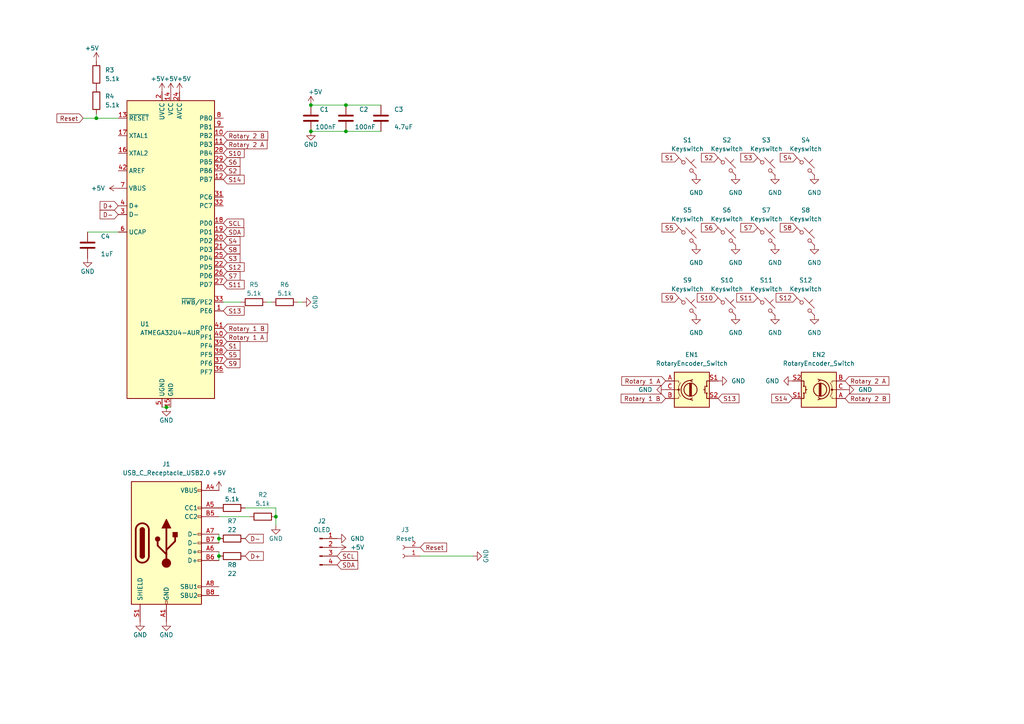
<source format=kicad_sch>
(kicad_sch (version 20230121) (generator eeschema)
  (paper "A4")
  (title_block (title "MacroPad") (date "2024-01-07") (rev "3.0"))
  (lib_symbols
    (symbol "Connector:Conn_01x02_Socket" (pin_names (offset 1.016) hide)
      (property "Reference" "J" (at 0 2.54 0))
      (property "Value" "Conn_01x02_Socket" (at 0 -5.08 0))
      (symbol "Conn_01x02_Socket_1_1"
        (arc (start 0 -2.032) (mid -0.5058 -2.54) (end 0 -3.048) (stroke (width 0.1524)))
        (polyline (pts (xy -1.27 -2.54) (xy -0.508 -2.54)) (stroke (width 0.1524)))
        (polyline (pts (xy -1.27 0) (xy -0.508 0)) (stroke (width 0.1524)))
        (arc (start 0 0.508) (mid -0.5058 0) (end 0 -0.508) (stroke (width 0.1524)))
        (pin passive line (at -5.08 0 0) (length 3.81) (name "Pin_1") (number "1"))
        (pin passive line (at -5.08 -2.54 0) (length 3.81) (name "Pin_2") (number "2"))
      )
    )
    (symbol "Connector:Conn_01x04_Pin" (pin_names (offset 1.016) hide)
      (property "Reference" "J" (at 0 5.08 0))
      (property "Value" "Conn_01x04_Pin" (at 0 -7.62 0))
      (symbol "Conn_01x04_Pin_1_1"
        (polyline (pts (xy 1.27 -5.08) (xy 0.8636 -5.08)) (stroke (width 0.1524)))
        (polyline (pts (xy 1.27 -2.54) (xy 0.8636 -2.54)) (stroke (width 0.1524)))
        (polyline (pts (xy 1.27 0) (xy 0.8636 0)) (stroke (width 0.1524)))
        (polyline (pts (xy 1.27 2.54) (xy 0.8636 2.54)) (stroke (width 0.1524)))
        (rectangle (start 0.8636 -4.953) (end 0 -5.207) (stroke (width 0.1524)) (fill (type outline)))
        (rectangle (start 0.8636 -2.413) (end 0 -2.667) (stroke (width 0.1524)) (fill (type outline)))
        (rectangle (start 0.8636 0.127) (end 0 -0.127) (stroke (width 0.1524)) (fill (type outline)))
        (rectangle (start 0.8636 2.667) (end 0 2.413) (stroke (width 0.1524)) (fill (type outline)))
        (pin passive line (at 5.08 2.54 180) (length 3.81) (name "Pin_1") (number "1"))
        (pin passive line (at 5.08 0 180) (length 3.81) (name "Pin_2") (number "2"))
        (pin passive line (at 5.08 -2.54 180) (length 3.81) (name "Pin_3") (number "3"))
        (pin passive line (at 5.08 -5.08 180) (length 3.81) (name "Pin_4") (number "4"))
      )
    )
    (symbol "Connector:USB_C_Receptacle_USB2.0" (pin_names (offset 1.016))
      (property "Reference" "J" (at -10.16 19.05 0))
      (property "Value" "USB_C_Receptacle_USB2.0" (at 19.05 19.05 0))
      (symbol "USB_C_Receptacle_USB2.0_0_0"
        (rectangle (start -0.254 -17.78) (end 0.254 -16.764))
        (rectangle (start 10.16 -14.986) (end 9.144 -15.494))
        (rectangle (start 10.16 -12.446) (end 9.144 -12.954))
        (rectangle (start 10.16 -4.826) (end 9.144 -5.334))
        (rectangle (start 10.16 -2.286) (end 9.144 -2.794))
        (rectangle (start 10.16 0.254) (end 9.144 -0.254))
        (rectangle (start 10.16 2.794) (end 9.144 2.286))
        (rectangle (start 10.16 7.874) (end 9.144 7.366))
        (rectangle (start 10.16 10.414) (end 9.144 9.906))
        (rectangle (start 10.16 15.494) (end 9.144 14.986))
      )
      (symbol "USB_C_Receptacle_USB2.0_0_1"
        (rectangle (start -10.16 17.78) (end 10.16 -17.78) (stroke (width 0.254)) (fill (type background)))
        (arc (start -8.89 -3.81) (mid -6.985 -5.7067) (end -5.08 -3.81) (stroke (width 0.508)))
        (arc (start -7.62 -3.81) (mid -6.985 -4.4423) (end -6.35 -3.81) (stroke (width 0.254)))
        (arc (start -7.62 -3.81) (mid -6.985 -4.4423) (end -6.35 -3.81) (stroke (width 0.254)) (fill (type outline)))
        (rectangle (start -7.62 -3.81) (end -6.35 3.81) (stroke (width 0.254)) (fill (type outline)))
        (arc (start -6.35 3.81) (mid -6.985 4.4423) (end -7.62 3.81) (stroke (width 0.254)))
        (arc (start -6.35 3.81) (mid -6.985 4.4423) (end -7.62 3.81) (stroke (width 0.254)) (fill (type outline)))
        (arc (start -5.08 3.81) (mid -6.985 5.7067) (end -8.89 3.81) (stroke (width 0.508)))
        (circle (center -2.54 1.143) (radius 0.635) (stroke (width 0.254)) (fill (type outline)))
        (circle (center 0 -5.842) (radius 1.27) (fill (type outline)))
        (polyline (pts (xy -8.89 -3.81) (xy -8.89 3.81)) (stroke (width 0.508)))
        (polyline (pts (xy -5.08 3.81) (xy -5.08 -3.81)) (stroke (width 0.508)))
        (polyline (pts (xy 0 -5.842) (xy 0 4.318)) (stroke (width 0.508)))
        (polyline (pts (xy 0 -3.302) (xy -2.54 -0.762) (xy -2.54 0.508)) (stroke (width 0.508)))
        (polyline (pts (xy 0 -2.032) (xy 2.54 0.508) (xy 2.54 1.778)) (stroke (width 0.508)))
        (polyline (pts (xy -1.27 4.318) (xy 0 6.858) (xy 1.27 4.318) (xy -1.27 4.318)) (stroke (width 0.254)) (fill (type outline)))
        (rectangle (start 1.905 1.778) (end 3.175 3.048) (stroke (width 0.254)) (fill (type outline)))
      )
      (symbol "USB_C_Receptacle_USB2.0_1_1"
        (pin passive line (at 0 -22.86 90) (length 5.08) (name "GND") (number "A1"))
        (pin passive line (at 0 -22.86 90) (length 5.08) hide (name "GND") (number "A12"))
        (pin passive line (at 15.24 15.24 180) (length 5.08) (name "VBUS") (number "A4"))
        (pin bidirectional line (at 15.24 10.16 180) (length 5.08) (name "CC1") (number "A5"))
        (pin bidirectional line (at 15.24 -2.54 180) (length 5.08) (name "D+") (number "A6"))
        (pin bidirectional line (at 15.24 2.54 180) (length 5.08) (name "D-") (number "A7"))
        (pin bidirectional line (at 15.24 -12.7 180) (length 5.08) (name "SBU1") (number "A8"))
        (pin passive line (at 15.24 15.24 180) (length 5.08) hide (name "VBUS") (number "A9"))
        (pin passive line (at 0 -22.86 90) (length 5.08) hide (name "GND") (number "B1"))
        (pin passive line (at 0 -22.86 90) (length 5.08) hide (name "GND") (number "B12"))
        (pin passive line (at 15.24 15.24 180) (length 5.08) hide (name "VBUS") (number "B4"))
        (pin bidirectional line (at 15.24 7.62 180) (length 5.08) (name "CC2") (number "B5"))
        (pin bidirectional line (at 15.24 -5.08 180) (length 5.08) (name "D+") (number "B6"))
        (pin bidirectional line (at 15.24 0 180) (length 5.08) (name "D-") (number "B7"))
        (pin bidirectional line (at 15.24 -15.24 180) (length 5.08) (name "SBU2") (number "B8"))
        (pin passive line (at 15.24 15.24 180) (length 5.08) hide (name "VBUS") (number "B9"))
        (pin passive line (at -7.62 -22.86 90) (length 5.08) (name "SHIELD") (number "S1"))
      )
    )
    (symbol "Device:C" (pin_numbers hide) (pin_names (offset 0.254))
      (property "Reference" "C" (at 0.635 2.54 0))
      (property "Value" "C" (at 0.635 -2.54 0))
      (symbol "C_0_1"
        (polyline (pts (xy -2.032 -0.762) (xy 2.032 -0.762)) (stroke (width 0.508)))
        (polyline (pts (xy -2.032 0.762) (xy 2.032 0.762)) (stroke (width 0.508)))
      )
      (symbol "C_1_1"
        (pin passive line (at 0 3.81 270) (length 2.794) (name "~") (number "1"))
        (pin passive line (at 0 -3.81 90) (length 2.794) (name "~") (number "2"))
      )
    )
    (symbol "Device:RotaryEncoder_Switch" (pin_names (offset 0.254) hide)
      (property "Reference" "SW" (at 0 6.604 0))
      (property "Value" "RotaryEncoder_Switch" (at 0 -6.604 0))
      (symbol "RotaryEncoder_Switch_0_1"
        (rectangle (start -5.08 5.08) (end 5.08 -5.08) (stroke (width 0.254)) (fill (type background)))
        (circle (center -3.81 0) (radius 0.254) (fill (type outline)))
        (circle (center -0.381 0) (radius 1.905) (stroke (width 0.254)))
        (arc (start -0.381 2.667) (mid -3.0988 -0.0635) (end -0.381 -2.794) (stroke (width 0.254)))
        (polyline (pts (xy -0.635 -1.778) (xy -0.635 1.778)) (stroke (width 0.254)))
        (polyline (pts (xy -0.381 -1.778) (xy -0.381 1.778)) (stroke (width 0.254)))
        (polyline (pts (xy -0.127 1.778) (xy -0.127 -1.778)) (stroke (width 0.254)))
        (polyline (pts (xy 3.81 0) (xy 3.429 0)) (stroke (width 0.254)))
        (polyline (pts (xy 3.81 1.016) (xy 3.81 -1.016)) (stroke (width 0.254)))
        (polyline (pts (xy -5.08 -2.54) (xy -3.81 -2.54) (xy -3.81 -2.032)))
        (polyline (pts (xy -5.08 2.54) (xy -3.81 2.54) (xy -3.81 2.032)))
        (polyline (pts (xy 0.254 -3.048) (xy -0.508 -2.794) (xy 0.127 -2.413)) (stroke (width 0.254)))
        (polyline (pts (xy 0.254 2.921) (xy -0.508 2.667) (xy 0.127 2.286)) (stroke (width 0.254)))
        (polyline (pts (xy 5.08 -2.54) (xy 4.318 -2.54) (xy 4.318 -1.016)) (stroke (width 0.254)))
        (polyline (pts (xy 5.08 2.54) (xy 4.318 2.54) (xy 4.318 1.016)) (stroke (width 0.254)))
        (polyline (pts (xy -5.08 0) (xy -3.81 0) (xy -3.81 -1.016) (xy -3.302 -2.032)))
        (polyline (pts (xy -4.318 0) (xy -3.81 0) (xy -3.81 1.016) (xy -3.302 2.032)))
        (circle (center 4.318 -1.016) (radius 0.127) (stroke (width 0.254)))
        (circle (center 4.318 1.016) (radius 0.127) (stroke (width 0.254)))
      )
      (symbol "RotaryEncoder_Switch_1_1"
        (pin passive line (at -7.62 2.54 0) (length 2.54) (name "A") (number "A"))
        (pin passive line (at -7.62 -2.54 0) (length 2.54) (name "B") (number "B"))
        (pin passive line (at -7.62 0 0) (length 2.54) (name "C") (number "C"))
        (pin passive line (at 7.62 2.54 180) (length 2.54) (name "S1") (number "S1"))
        (pin passive line (at 7.62 -2.54 180) (length 2.54) (name "S2") (number "S2"))
      )
    )
    (symbol "MCU_Microchip_ATmega:ATmega32U4-A"
      (property "Reference" "U" (at -12.7 44.45 0))
      (property "Value" "ATmega32U4-A" (at 2.54 -44.45 0))
      (symbol "ATmega32U4-A_0_1"
        (rectangle (start -12.7 -43.18) (end 12.7 43.18) (stroke (width 0.254)) (fill (type background)))
      )
      (symbol "ATmega32U4-A_1_1"
        (pin bidirectional line (at 15.24 -17.78 180) (length 2.54) (name "PE6") (number "1"))
        (pin bidirectional line (at 15.24 33.02 180) (length 2.54) (name "PB2") (number "10"))
        (pin bidirectional line (at 15.24 30.48 180) (length 2.54) (name "PB3") (number "11"))
        (pin bidirectional line (at 15.24 20.32 180) (length 2.54) (name "PB7") (number "12"))
        (pin input line (at -15.24 38.1 0) (length 2.54) (name "~{RESET}") (number "13"))
        (pin power_in line (at 0 45.72 270) (length 2.54) (name "VCC") (number "14"))
        (pin power_in line (at 0 -45.72 90) (length 2.54) (name "GND") (number "15"))
        (pin output line (at -15.24 27.94 0) (length 2.54) (name "XTAL2") (number "16"))
        (pin input line (at -15.24 33.02 0) (length 2.54) (name "XTAL1") (number "17"))
        (pin bidirectional line (at 15.24 7.62 180) (length 2.54) (name "PD0") (number "18"))
        (pin bidirectional line (at 15.24 5.08 180) (length 2.54) (name "PD1") (number "19"))
        (pin power_in line (at -2.54 45.72 270) (length 2.54) (name "UVCC") (number "2"))
        (pin bidirectional line (at 15.24 2.54 180) (length 2.54) (name "PD2") (number "20"))
        (pin bidirectional line (at 15.24 0 180) (length 2.54) (name "PD3") (number "21"))
        (pin bidirectional line (at 15.24 -5.08 180) (length 2.54) (name "PD5") (number "22"))
        (pin passive line (at 0 -45.72 90) (length 2.54) hide (name "GND") (number "23"))
        (pin power_in line (at 2.54 45.72 270) (length 2.54) (name "AVCC") (number "24"))
        (pin bidirectional line (at 15.24 -2.54 180) (length 2.54) (name "PD4") (number "25"))
        (pin bidirectional line (at 15.24 -7.62 180) (length 2.54) (name "PD6") (number "26"))
        (pin bidirectional line (at 15.24 -10.16 180) (length 2.54) (name "PD7") (number "27"))
        (pin bidirectional line (at 15.24 27.94 180) (length 2.54) (name "PB4") (number "28"))
        (pin bidirectional line (at 15.24 25.4 180) (length 2.54) (name "PB5") (number "29"))
        (pin bidirectional line (at -15.24 10.16 0) (length 2.54) (name "D-") (number "3"))
        (pin bidirectional line (at 15.24 22.86 180) (length 2.54) (name "PB6") (number "30"))
        (pin bidirectional line (at 15.24 15.24 180) (length 2.54) (name "PC6") (number "31"))
        (pin bidirectional line (at 15.24 12.7 180) (length 2.54) (name "PC7") (number "32"))
        (pin bidirectional line (at 15.24 -15.24 180) (length 2.54) (name "~{HWB}/PE2") (number "33"))
        (pin passive line (at 0 45.72 270) (length 2.54) hide (name "VCC") (number "34"))
        (pin passive line (at 0 -45.72 90) (length 2.54) hide (name "GND") (number "35"))
        (pin bidirectional line (at 15.24 -35.56 180) (length 2.54) (name "PF7") (number "36"))
        (pin bidirectional line (at 15.24 -33.02 180) (length 2.54) (name "PF6") (number "37"))
        (pin bidirectional line (at 15.24 -30.48 180) (length 2.54) (name "PF5") (number "38"))
        (pin bidirectional line (at 15.24 -27.94 180) (length 2.54) (name "PF4") (number "39"))
        (pin bidirectional line (at -15.24 12.7 0) (length 2.54) (name "D+") (number "4"))
        (pin bidirectional line (at 15.24 -25.4 180) (length 2.54) (name "PF1") (number "40"))
        (pin bidirectional line (at 15.24 -22.86 180) (length 2.54) (name "PF0") (number "41"))
        (pin passive line (at -15.24 22.86 0) (length 2.54) (name "AREF") (number "42"))
        (pin passive line (at 0 -45.72 90) (length 2.54) hide (name "GND") (number "43"))
        (pin passive line (at 2.54 45.72 270) (length 2.54) hide (name "AVCC") (number "44"))
        (pin passive line (at -2.54 -45.72 90) (length 2.54) (name "UGND") (number "5"))
        (pin passive line (at -15.24 5.08 0) (length 2.54) (name "UCAP") (number "6"))
        (pin input line (at -15.24 17.78 0) (length 2.54) (name "VBUS") (number "7"))
        (pin bidirectional line (at 15.24 38.1 180) (length 2.54) (name "PB0") (number "8"))
        (pin bidirectional line (at 15.24 35.56 180) (length 2.54) (name "PB1") (number "9"))
      )
    )
    (symbol "ScottoKeebs:Placeholder_Keyswitch" (pin_numbers hide) (pin_names (offset 1.016) hide)
      (property "Reference" "S" (at 3.048 1.016 0))
      (property "Value" "Keyswitch" (at 0 -3.81 0))
      (symbol "Placeholder_Keyswitch_0_1"
        (circle (center -1.1684 1.1684) (radius 0.508))
        (polyline (pts (xy -0.508 2.54) (xy 2.54 -0.508)))
        (polyline (pts (xy 1.016 1.016) (xy 2.032 2.032)))
        (polyline (pts (xy -2.54 2.54) (xy -1.524 1.524) (xy -1.524 1.524)))
        (polyline (pts (xy 1.524 -1.524) (xy 2.54 -2.54) (xy 2.54 -2.54) (xy 2.54 -2.54)))
        (circle (center 1.143 -1.1938) (radius 0.508))
        (pin passive line (at -2.54 2.54 0) (length 0) (name "1") (number "1"))
        (pin passive line (at 2.54 -2.54 180) (length 0) (name "2") (number "2"))
      )
    )
    (symbol "ScottoKeebs:Placeholder_Resistor" (pin_numbers hide) (pin_names (offset 0))
      (property "Reference" "R" (at 0 2.032 0))
      (property "Value" "Resistor" (at 0 -2.54 0))
      (symbol "Placeholder_Resistor_0_1"
        (rectangle (start 2.54 -1.016) (end -2.54 1.016) (stroke (width 0.254)))
      )
      (symbol "Placeholder_Resistor_1_1"
        (pin passive line (at -3.81 0 0) (length 1.27) (name "~") (number "1"))
        (pin passive line (at 3.81 0 180) (length 1.27) (name "~") (number "2"))
      )
    )
    (symbol "power:+5V" (power) (pin_names (offset 0))
      (property "Value" "+5V" (at 0 3.556 0))
      (symbol "+5V_0_1"
        (polyline (pts (xy -0.762 1.27) (xy 0 2.54)))
        (polyline (pts (xy 0 0) (xy 0 2.54)))
        (polyline (pts (xy 0 2.54) (xy 0.762 1.27)))
      )
      (symbol "+5V_1_1"
        (pin power_in line (at 0 0 90) (length 0) hide (name "+5V") (number "1"))
      )
    )
    (symbol "power:GND" (power) (pin_names (offset 0))
      (property "Value" "GND" (at 0 -3.81 0))
      (symbol "GND_0_1"
        (polyline (pts (xy 0 0) (xy 0 -1.27) (xy 1.27 -1.27) (xy 0 -2.54) (xy -1.27 -1.27) (xy 0 -1.27)))
      )
      (symbol "GND_1_1"
        (pin power_in line (at 0 0 270) (length 0) hide (name "GND") (number "1"))
      )
    )
  )
  (junction (at 27.94 34.29))
  (junction (at 90.17 38.1))
  (junction (at 63.5 161.29))
  (junction (at 48.26 118.11))
  (junction (at 80.01 149.86))
  (junction (at 90.17 30.48))
  (junction (at 100.33 38.1))
  (junction (at 63.5 156.21))
  (junction (at 100.33 30.48))
  (wire (pts (xy 27.94 33.02) (xy 27.94 34.29)))
  (wire (pts (xy 24.13 34.29) (xy 27.94 34.29)))
  (wire (pts (xy 80.01 152.4) (xy 80.01 149.86)))
  (wire (pts (xy 90.17 30.48) (xy 100.33 30.48)))
  (wire (pts (xy 137.16 161.29) (xy 121.92 161.29)))
  (wire (pts (xy 63.5 160.02) (xy 63.5 161.29)))
  (wire (pts (xy 63.5 154.94) (xy 63.5 156.21)))
  (wire (pts (xy 63.5 161.29) (xy 63.5 162.56)))
  (wire (pts (xy 71.12 147.32) (xy 80.01 147.32)))
  (wire (pts (xy 25.4 67.31) (xy 34.29 67.31)))
  (wire (pts (xy 80.01 147.32) (xy 80.01 149.86)))
  (wire (pts (xy 90.17 38.1) (xy 100.33 38.1)))
  (wire (pts (xy 27.94 34.29) (xy 34.29 34.29)))
  (wire (pts (xy 86.36 87.63) (xy 87.63 87.63)))
  (wire (pts (xy 64.77 87.63) (xy 69.85 87.63)))
  (wire (pts (xy 48.26 118.11) (xy 49.53 118.11)))
  (wire (pts (xy 100.33 38.1) (xy 110.49 38.1)))
  (wire (pts (xy 63.5 156.21) (xy 63.5 157.48)))
  (wire (pts (xy 77.47 87.63) (xy 78.74 87.63)))
  (wire (pts (xy 46.99 118.11) (xy 48.26 118.11)))
  (wire (pts (xy 63.5 149.86) (xy 72.39 149.86)))
  (wire (pts (xy 100.33 30.48) (xy 110.49 30.48)))
  (global_label "SCL" (shape input) (at 64.77 64.77 0) (property "Intersheetrefs" "${INTERSHEET_REFS}" (effects hide)))
  (global_label "Rotary 1 B" (shape input) (at 193.04 115.57 180) (property "Intersheetrefs" "${INTERSHEET_REFS}" (effects hide)))
  (global_label "Rotary 2 B" (shape input) (at 64.77 39.37 0) (property "Intersheetrefs" "${INTERSHEET_REFS}" (effects hide)))
  (global_label "Rotary 2 B" (shape input) (at 245.11 115.57 0) (property "Intersheetrefs" "${INTERSHEET_REFS}" (effects hide)))
  (global_label "S3" (shape input) (at 219.71 45.72 180) (property "Intersheetrefs" "${INTERSHEET_REFS}" (effects hide)))
  (global_label "D-" (shape input) (at 71.12 156.21 0) (property "Intersheetrefs" "${INTERSHEET_REFS}" (effects hide)))
  (global_label "S7" (shape input) (at 219.71 66.04 180) (property "Intersheetrefs" "${INTERSHEET_REFS}" (effects hide)))
  (global_label "S4" (shape input) (at 231.14 45.72 180) (property "Intersheetrefs" "${INTERSHEET_REFS}" (effects hide)))
  (global_label "SCL" (shape input) (at 97.79 161.29 0) (property "Intersheetrefs" "${INTERSHEET_REFS}" (effects hide)))
  (global_label "S7" (shape input) (at 64.77 80.01 0) (property "Intersheetrefs" "${INTERSHEET_REFS}" (effects hide)))
  (global_label "S14" (shape input) (at 64.77 52.07 0) (property "Intersheetrefs" "${INTERSHEET_REFS}" (effects hide)))
  (global_label "S9" (shape input) (at 64.77 105.41 0) (property "Intersheetrefs" "${INTERSHEET_REFS}" (effects hide)))
  (global_label "S8" (shape input) (at 231.14 66.04 180) (property "Intersheetrefs" "${INTERSHEET_REFS}" (effects hide)))
  (global_label "S5" (shape input) (at 64.77 102.87 0) (property "Intersheetrefs" "${INTERSHEET_REFS}" (effects hide)))
  (global_label "S14" (shape input) (at 229.87 115.57 180) (property "Intersheetrefs" "${INTERSHEET_REFS}" (effects hide)))
  (global_label "S13" (shape input) (at 208.28 115.57 0) (property "Intersheetrefs" "${INTERSHEET_REFS}" (effects hide)))
  (global_label "SDA" (shape input) (at 64.77 67.31 0) (property "Intersheetrefs" "${INTERSHEET_REFS}" (effects hide)))
  (global_label "Rotary 1 A" (shape input) (at 64.77 97.79 0) (property "Intersheetrefs" "${INTERSHEET_REFS}" (effects hide)))
  (global_label "S11" (shape input) (at 219.71 86.36 180) (property "Intersheetrefs" "${INTERSHEET_REFS}" (effects hide)))
  (global_label "S1" (shape input) (at 196.85 45.72 180) (property "Intersheetrefs" "${INTERSHEET_REFS}" (effects hide)))
  (global_label "S9" (shape input) (at 196.85 86.36 180) (property "Intersheetrefs" "${INTERSHEET_REFS}" (effects hide)))
  (global_label "S3" (shape input) (at 64.77 74.93 0) (property "Intersheetrefs" "${INTERSHEET_REFS}" (effects hide)))
  (global_label "Reset" (shape input) (at 121.92 158.75 0) (property "Intersheetrefs" "${INTERSHEET_REFS}" (effects hide)))
  (global_label "S6" (shape input) (at 64.77 46.99 0) (property "Intersheetrefs" "${INTERSHEET_REFS}" (effects hide)))
  (global_label "D+" (shape input) (at 34.29 59.69 180) (property "Intersheetrefs" "${INTERSHEET_REFS}" (effects hide)))
  (global_label "S10" (shape input) (at 64.77 44.45 0) (property "Intersheetrefs" "${INTERSHEET_REFS}" (effects hide)))
  (global_label "S11" (shape input) (at 64.77 82.55 0) (property "Intersheetrefs" "${INTERSHEET_REFS}" (effects hide)))
  (global_label "S12" (shape input) (at 231.14 86.36 180) (property "Intersheetrefs" "${INTERSHEET_REFS}" (effects hide)))
  (global_label "S2" (shape input) (at 208.28 45.72 180) (property "Intersheetrefs" "${INTERSHEET_REFS}" (effects hide)))
  (global_label "S12" (shape input) (at 64.77 77.47 0) (property "Intersheetrefs" "${INTERSHEET_REFS}" (effects hide)))
  (global_label "S5" (shape input) (at 196.85 66.04 180) (property "Intersheetrefs" "${INTERSHEET_REFS}" (effects hide)))
  (global_label "Rotary 1 B" (shape input) (at 64.77 95.25 0) (property "Intersheetrefs" "${INTERSHEET_REFS}" (effects hide)))
  (global_label "S6" (shape input) (at 208.28 66.04 180) (property "Intersheetrefs" "${INTERSHEET_REFS}" (effects hide)))
  (global_label "S2" (shape input) (at 64.77 49.53 0) (property "Intersheetrefs" "${INTERSHEET_REFS}" (effects hide)))
  (global_label "Rotary 2 A" (shape input) (at 245.11 110.49 0) (property "Intersheetrefs" "${INTERSHEET_REFS}" (effects hide)))
  (global_label "Rotary 2 A" (shape input) (at 64.77 41.91 0) (property "Intersheetrefs" "${INTERSHEET_REFS}" (effects hide)))
  (global_label "Rotary 1 A" (shape input) (at 193.04 110.49 180) (property "Intersheetrefs" "${INTERSHEET_REFS}" (effects hide)))
  (global_label "D+" (shape input) (at 71.12 161.29 0) (property "Intersheetrefs" "${INTERSHEET_REFS}" (effects hide)))
  (global_label "S1" (shape input) (at 64.77 100.33 0) (property "Intersheetrefs" "${INTERSHEET_REFS}" (effects hide)))
  (global_label "D-" (shape input) (at 34.29 62.23 180) (property "Intersheetrefs" "${INTERSHEET_REFS}" (effects hide)))
  (global_label "S13" (shape input) (at 64.77 90.17 0) (property "Intersheetrefs" "${INTERSHEET_REFS}" (effects hide)))
  (global_label "S4" (shape input) (at 64.77 69.85 0) (property "Intersheetrefs" "${INTERSHEET_REFS}" (effects hide)))
  (global_label "S8" (shape input) (at 64.77 72.39 0) (property "Intersheetrefs" "${INTERSHEET_REFS}" (effects hide)))
  (global_label "Reset" (shape input) (at 24.13 34.29 180) (property "Intersheetrefs" "${INTERSHEET_REFS}" (effects hide)))
  (global_label "S10" (shape input) (at 208.28 86.36 180) (property "Intersheetrefs" "${INTERSHEET_REFS}" (effects hide)))
  (global_label "SDA" (shape input) (at 97.79 163.83 0) (property "Intersheetrefs" "${INTERSHEET_REFS}" (effects hide)))
  (symbol (lib_id "ScottoKeebs:Placeholder_Keyswitch") (at 222.25 48.26 0) (unit 1)
    (property "Reference" "S3" (at 222.25 40.64 0))
    (property "Value" "Keyswitch" (at 222.25 43.18 0))
    (property "Footprint" "ScottoKeebs_MX:MX_PCB_1.00u" (effects hide))
  )
  (symbol (lib_id "power:GND") (at 40.64 180.34 0) (unit 1)
    (property "Reference" "#PWR015" (effects hide))
    (property "Value" "GND" (at 40.64 184.15 0))
  )
  (symbol (lib_id "ScottoKeebs:Placeholder_Keyswitch") (at 222.25 68.58 0) (unit 1)
    (property "Reference" "S7" (at 222.25 60.96 0))
    (property "Value" "Keyswitch" (at 222.25 63.5 0))
    (property "Footprint" "ScottoKeebs_MX:MX_PCB_1.00u" (effects hide))
  )
  (symbol (lib_id "power:GND") (at 137.16 161.29 90) (unit 1)
    (property "Reference" "#PWR026" (effects hide))
    (property "Value" "GND" (at 140.97 161.29 0))
  )
  (symbol (lib_id "ScottoKeebs:Placeholder_Resistor") (at 67.31 156.21 0) (unit 1)
    (property "Reference" "R7" (at 67.31 151.13 0))
    (property "Value" "22" (at 67.31 153.67 0))
    (property "Footprint" "Resistor_SMD:R_0603_1608Metric" (effects hide))
  )
  (symbol (lib_id "power:GND") (at 25.4 74.93 0) (unit 1)
    (property "Reference" "#PWR033" (effects hide))
    (property "Value" "GND" (at 25.4 78.74 0))
  )
  (symbol (lib_id "power:GND") (at 87.63 87.63 90) (unit 1)
    (property "Reference" "#PWR032" (effects hide))
    (property "Value" "GND" (at 91.44 87.63 0))
  )
  (symbol (lib_id "Connector:USB_C_Receptacle_USB2.0") (at 48.26 157.48 0) (unit 1)
    (property "Reference" "J1" (at 48.26 134.62 0))
    (property "Value" "USB_C_Receptacle_USB2.0" (at 48.26 137.16 0))
    (property "Footprint" "Connector_USB:USB_C_Receptacle_HRO_TYPE-C-31-M-12" (effects hide))
    (property "Datasheet" "https://www.usb.org/sites/default/files/documents/usb_type-c.zip" (effects hide))
  )
  (symbol (lib_id "ScottoKeebs:Placeholder_Keyswitch") (at 210.82 68.58 0) (unit 1)
    (property "Reference" "S6" (at 210.82 60.96 0))
    (property "Value" "Keyswitch" (at 210.82 63.5 0))
    (property "Footprint" "ScottoKeebs_MX:MX_PCB_1.00u" (effects hide))
  )
  (symbol (lib_id "Device:RotaryEncoder_Switch") (at 237.49 113.03 180) (unit 1)
    (property "Reference" "EN2" (at 237.49 102.87 0))
    (property "Value" "RotaryEncoder_Switch" (at 237.49 105.41 0))
    (property "Footprint" "Rotary_Encoder:RotaryEncoder_Alps_EC11E-Switch_Vertical_H20mm" (effects hide))
  )
  (symbol (lib_id "power:GND") (at 236.22 71.12 0) (unit 1)
    (property "Reference" "#PWR017" (effects hide))
    (property "Value" "GND" (at 236.22 76.2 0))
  )
  (symbol (lib_id "MCU_Microchip_ATmega:ATmega32U4-A") (at 49.53 72.39 0) (unit 1)
    (property "Reference" "U1" (at 40.64 93.98 0) (effects (justify left)))
    (property "Value" "ATMEGA32U4-AUR" (at 40.64 96.52 0) (effects (justify left)))
    (property "Footprint" "Package_QFP:TQFP-44_10x10mm_P0.8mm" (effects hide))
    (property "Datasheet" "https://ww1.microchip.com/downloads/en/DeviceDoc/Atmel-7766-8-bit-AVR-ATmega16U4-32U4_Summary.pdf" (effects hide))
  )
  (symbol (lib_id "power:GND") (at 245.11 113.03 90) (unit 1)
    (property "Reference" "#PWR02" (effects hide))
    (property "Value" "GND" (at 248.92 113.03 90) (effects (justify right)))
  )
  (symbol (lib_id "ScottoKeebs:Placeholder_Resistor") (at 67.31 161.29 0) (unit 1)
    (property "Reference" "R8" (at 67.31 163.83 0))
    (property "Value" "22" (at 67.31 166.37 0))
    (property "Footprint" "Resistor_SMD:R_0603_1608Metric" (effects hide))
  )
  (symbol (lib_id "ScottoKeebs:Placeholder_Keyswitch") (at 199.39 88.9 0) (unit 1)
    (property "Reference" "S9" (at 199.39 81.28 0))
    (property "Value" "Keyswitch" (at 199.39 83.82 0))
    (property "Footprint" "ScottoKeebs_MX:MX_PCB_1.00u" (effects hide))
  )
  (symbol (lib_id "Device:RotaryEncoder_Switch") (at 200.66 113.03 0) (unit 1)
    (property "Reference" "EN1" (at 200.66 102.87 0))
    (property "Value" "RotaryEncoder_Switch" (at 200.66 105.41 0))
    (property "Footprint" "Rotary_Encoder:RotaryEncoder_Alps_EC11E-Switch_Vertical_H20mm" (effects hide))
  )
  (symbol (lib_id "power:GND") (at 213.36 71.12 0) (unit 1)
    (property "Reference" "#PWR07" (effects hide))
    (property "Value" "GND" (at 213.36 76.2 0))
  )
  (symbol (lib_id "power:GND") (at 201.93 50.8 0) (unit 1)
    (property "Reference" "#PWR03" (effects hide))
    (property "Value" "GND" (at 201.93 55.88 0))
  )
  (symbol (lib_id "ScottoKeebs:Placeholder_Keyswitch") (at 199.39 48.26 0) (unit 1)
    (property "Reference" "S1" (at 199.39 40.64 0))
    (property "Value" "Keyswitch" (at 199.39 43.18 0))
    (property "Footprint" "ScottoKeebs_MX:MX_PCB_1.00u" (effects hide))
  )
  (symbol (lib_id "power:GND") (at 224.79 91.44 0) (unit 1)
    (property "Reference" "#PWR011" (effects hide))
    (property "Value" "GND" (at 224.79 96.52 0))
  )
  (symbol (lib_id "Connector:Conn_01x04_Pin") (at 92.71 158.75 0) (unit 1)
    (property "Reference" "J2" (at 93.345 151.13 0))
    (property "Value" "OLED" (at 93.345 153.67 0))
    (property "Footprint" "Connector_PinHeader_2.54mm:PinHeader_1x04_P2.54mm_Vertical" (effects hide))
  )
  (symbol (lib_id "power:+5V") (at 46.99 26.67 0) (unit 1)
    (property "Reference" "#PWR022" (effects hide))
    (property "Value" "+5V" (at 45.72 22.86 0))
  )
  (symbol (lib_id "ScottoKeebs:Placeholder_Resistor") (at 27.94 21.59 270) (unit 1)
    (property "Reference" "R3" (at 30.48 20.32 90) (effects (justify left)))
    (property "Value" "5.1k" (at 30.48 22.86 90) (effects (justify left)))
    (property "Footprint" "Resistor_SMD:R_0603_1608Metric" (effects hide))
  )
  (symbol (lib_id "power:+5V") (at 27.94 17.78 0) (unit 1)
    (property "Reference" "#PWR031" (effects hide))
    (property "Value" "+5V" (at 26.67 13.97 0))
  )
  (symbol (lib_id "power:GND") (at 224.79 71.12 0) (unit 1)
    (property "Reference" "#PWR08" (effects hide))
    (property "Value" "GND" (at 224.79 76.2 0))
  )
  (symbol (lib_id "power:GND") (at 208.28 110.49 90) (unit 1)
    (property "Reference" "#PWR012" (effects hide))
    (property "Value" "GND" (at 212.09 110.49 90) (effects (justify right)))
  )
  (symbol (lib_id "power:GND") (at 80.01 152.4 0) (unit 1)
    (property "Reference" "#PWR020" (effects hide))
    (property "Value" "GND" (at 80.01 156.21 0))
  )
  (symbol (lib_id "ScottoKeebs:Placeholder_Resistor") (at 73.66 87.63 0) (unit 1)
    (property "Reference" "R5" (at 73.66 82.55 0))
    (property "Value" "5.1k" (at 73.66 85.09 0))
    (property "Footprint" "Resistor_SMD:R_0603_1608Metric" (effects hide))
  )
  (symbol (lib_id "power:GND") (at 213.36 91.44 0) (unit 1)
    (property "Reference" "#PWR010" (effects hide))
    (property "Value" "GND" (at 213.36 96.52 0))
  )
  (symbol (lib_id "power:GND") (at 213.36 50.8 0) (unit 1)
    (property "Reference" "#PWR04" (effects hide))
    (property "Value" "GND" (at 213.36 55.88 0))
  )
  (symbol (lib_id "power:GND") (at 201.93 71.12 0) (unit 1)
    (property "Reference" "#PWR06" (effects hide))
    (property "Value" "GND" (at 201.93 76.2 0))
  )
  (symbol (lib_id "power:GND") (at 236.22 91.44 0) (unit 1)
    (property "Reference" "#PWR018" (effects hide))
    (property "Value" "GND" (at 236.22 96.52 0))
  )
  (symbol (lib_id "power:GND") (at 48.26 180.34 0) (unit 1)
    (property "Reference" "#PWR016" (effects hide))
    (property "Value" "GND" (at 48.26 184.15 0))
  )
  (symbol (lib_id "power:GND") (at 201.93 91.44 0) (unit 1)
    (property "Reference" "#PWR09" (effects hide))
    (property "Value" "GND" (at 201.93 96.52 0))
  )
  (symbol (lib_id "Device:C") (at 90.17 34.29 0) (unit 1)
    (property "Reference" "C1" (at 92.71 31.75 0) (effects (justify left)))
    (property "Value" "100nF" (at 91.44 36.83 0) (effects (justify left)))
    (property "Footprint" "Capacitor_SMD:C_0603_1608Metric" (effects hide))
  )
  (symbol (lib_id "Device:C") (at 110.49 34.29 0) (unit 1)
    (property "Reference" "C3" (at 114.3 31.75 0) (effects (justify left)))
    (property "Value" "4.7uF" (at 114.3 36.83 0) (effects (justify left)))
    (property "Footprint" "Capacitor_SMD:C_0603_1608Metric" (effects hide))
  )
  (symbol (lib_id "ScottoKeebs:Placeholder_Keyswitch") (at 210.82 48.26 0) (unit 1)
    (property "Reference" "S2" (at 210.82 40.64 0))
    (property "Value" "Keyswitch" (at 210.82 43.18 0))
    (property "Footprint" "ScottoKeebs_MX:MX_PCB_1.00u" (effects hide))
  )
  (symbol (lib_id "Connector:Conn_01x02_Socket") (at 116.84 161.29 180) (unit 1)
    (property "Reference" "J3" (at 117.475 153.67 0))
    (property "Value" "Reset" (at 117.475 156.21 0))
    (property "Footprint" "Connector_PinHeader_2.54mm:PinHeader_1x02_P2.54mm_Vertical" (effects hide))
  )
  (symbol (lib_id "power:GND") (at 229.87 110.49 270) (unit 1)
    (property "Reference" "#PWR013" (effects hide))
    (property "Value" "GND" (at 226.06 110.49 90) (effects (justify right)))
  )
  (symbol (lib_id "ScottoKeebs:Placeholder_Keyswitch") (at 210.82 88.9 0) (unit 1)
    (property "Reference" "S10" (at 210.82 81.28 0))
    (property "Value" "Keyswitch" (at 210.82 83.82 0))
    (property "Footprint" "ScottoKeebs_MX:MX_PCB_1.00u" (effects hide))
  )
  (symbol (lib_id "ScottoKeebs:Placeholder_Keyswitch") (at 199.39 68.58 0) (unit 1)
    (property "Reference" "S5" (at 199.39 60.96 0))
    (property "Value" "Keyswitch" (at 199.39 63.5 0))
    (property "Footprint" "ScottoKeebs_MX:MX_PCB_1.00u" (effects hide))
  )
  (symbol (lib_id "ScottoKeebs:Placeholder_Keyswitch") (at 233.68 68.58 0) (unit 1)
    (property "Reference" "S8" (at 233.68 60.96 0))
    (property "Value" "Keyswitch" (at 233.68 63.5 0))
    (property "Footprint" "ScottoKeebs_MX:MX_PCB_1.00u" (effects hide))
  )
  (symbol (lib_id "power:GND") (at 193.04 113.03 270) (unit 1)
    (property "Reference" "#PWR01" (effects hide))
    (property "Value" "GND" (at 189.23 113.03 90) (effects (justify right)))
  )
  (symbol (lib_id "Device:C") (at 25.4 71.12 0) (unit 1)
    (property "Reference" "C4" (at 29.21 68.58 0) (effects (justify left)))
    (property "Value" "1uF" (at 29.21 73.66 0) (effects (justify left)))
    (property "Footprint" "Capacitor_SMD:C_0603_1608Metric" (effects hide))
  )
  (symbol (lib_id "ScottoKeebs:Placeholder_Resistor") (at 82.55 87.63 0) (unit 1)
    (property "Reference" "R6" (at 82.55 82.55 0))
    (property "Value" "5.1k" (at 82.55 85.09 0))
    (property "Footprint" "Resistor_SMD:R_0603_1608Metric" (effects hide))
  )
  (symbol (lib_id "power:GND") (at 236.22 50.8 0) (unit 1)
    (property "Reference" "#PWR014" (effects hide))
    (property "Value" "GND" (at 236.22 55.88 0))
  )
  (symbol (lib_id "power:+5V") (at 49.53 26.67 0) (unit 1)
    (property "Reference" "#PWR023" (effects hide))
    (property "Value" "+5V" (at 49.53 22.86 0))
  )
  (symbol (lib_id "power:+5V") (at 90.17 30.48 0) (unit 1)
    (property "Reference" "#PWR027" (effects hide))
    (property "Value" "+5V" (at 91.44 26.67 0))
  )
  (symbol (lib_id "power:GND") (at 97.79 156.21 90) (unit 1)
    (property "Reference" "#PWR029" (effects hide))
    (property "Value" "GND" (at 101.6 156.21 90) (effects (justify right)))
  )
  (symbol (lib_id "power:+5V") (at 34.29 54.61 90) (unit 1)
    (property "Reference" "#PWR025" (effects hide))
    (property "Value" "+5V" (at 30.48 54.61 90) (effects (justify left)))
  )
  (symbol (lib_id "ScottoKeebs:Placeholder_Keyswitch") (at 233.68 88.9 0) (unit 1)
    (property "Reference" "S12" (at 233.68 81.28 0))
    (property "Value" "Keyswitch" (at 233.68 83.82 0))
    (property "Footprint" "ScottoKeebs_MX:MX_PCB_1.00u" (effects hide))
  )
  (symbol (lib_id "power:+5V") (at 52.07 26.67 0) (unit 1)
    (property "Reference" "#PWR024" (effects hide))
    (property "Value" "+5V" (at 53.34 22.86 0))
  )
  (symbol (lib_id "ScottoKeebs:Placeholder_Resistor") (at 27.94 29.21 270) (unit 1)
    (property "Reference" "R4" (at 30.48 27.94 90) (effects (justify left)))
    (property "Value" "5.1k" (at 30.48 30.48 90) (effects (justify left)))
    (property "Footprint" "Resistor_SMD:R_0603_1608Metric" (effects hide))
  )
  (symbol (lib_id "ScottoKeebs:Placeholder_Keyswitch") (at 222.25 88.9 0) (unit 1)
    (property "Reference" "S11" (at 222.25 81.28 0))
    (property "Value" "Keyswitch" (at 222.25 83.82 0))
    (property "Footprint" "ScottoKeebs_MX:MX_PCB_1.00u" (effects hide))
  )
  (symbol (lib_id "Device:C") (at 100.33 34.29 0) (unit 1)
    (property "Reference" "C2" (at 104.14 31.75 0) (effects (justify left)))
    (property "Value" "100nF" (at 102.87 36.83 0) (effects (justify left)))
    (property "Footprint" "Capacitor_SMD:C_0603_1608Metric" (effects hide))
  )
  (symbol (lib_id "ScottoKeebs:Placeholder_Resistor") (at 67.31 147.32 0) (unit 1)
    (property "Reference" "R1" (at 67.31 142.24 0))
    (property "Value" "5.1k" (at 67.31 144.78 0))
    (property "Footprint" "Resistor_SMD:R_0603_1608Metric" (effects hide))
  )
  (symbol (lib_id "power:+5V") (at 97.79 158.75 270) (unit 1)
    (property "Reference" "#PWR028" (effects hide))
    (property "Value" "+5V" (at 101.6 158.75 90) (effects (justify left)))
  )
  (symbol (lib_id "ScottoKeebs:Placeholder_Resistor") (at 76.2 149.86 0) (unit 1)
    (property "Reference" "R2" (at 76.2 143.51 0))
    (property "Value" "5.1k" (at 76.2 146.05 0))
    (property "Footprint" "Resistor_SMD:R_0603_1608Metric" (effects hide))
  )
  (symbol (lib_id "power:GND") (at 224.79 50.8 0) (unit 1)
    (property "Reference" "#PWR05" (effects hide))
    (property "Value" "GND" (at 224.79 55.88 0))
  )
  (symbol (lib_id "power:+5V") (at 63.5 142.24 0) (unit 1)
    (property "Reference" "#PWR021" (effects hide))
    (property "Value" "+5V" (at 63.5 137.16 0))
  )
  (symbol (lib_id "power:GND") (at 90.17 38.1 0) (unit 1)
    (property "Reference" "#PWR030" (effects hide))
    (property "Value" "GND" (at 90.17 41.91 0))
  )
  (symbol (lib_id "ScottoKeebs:Placeholder_Keyswitch") (at 233.68 48.26 0) (unit 1)
    (property "Reference" "S4" (at 233.68 40.64 0))
    (property "Value" "Keyswitch" (at 233.68 43.18 0))
    (property "Footprint" "ScottoKeebs_MX:MX_PCB_1.00u" (effects hide))
  )
  (symbol (lib_id "power:GND") (at 48.26 118.11 0) (unit 1)
    (property "Reference" "#PWR019" (effects hide))
    (property "Value" "GND" (at 48.26 121.92 0))
  )
)
</source>
